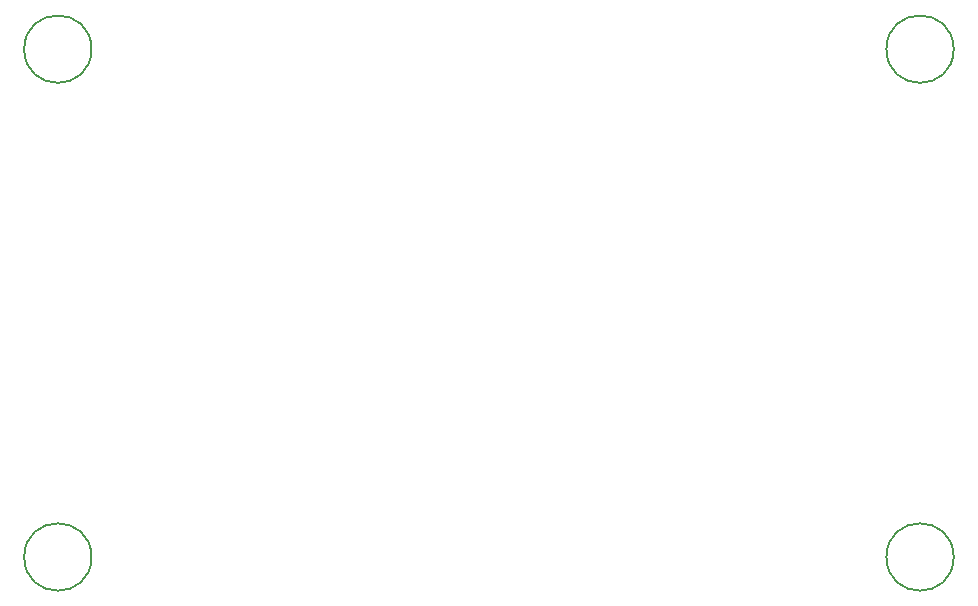
<source format=gbr>
%TF.GenerationSoftware,KiCad,Pcbnew,7.0.11-7.0.11~ubuntu22.04.1*%
%TF.CreationDate,2024-04-22T16:49:28+02:00*%
%TF.ProjectId,sdrac_board,73647261-635f-4626-9f61-72642e6b6963,2.0*%
%TF.SameCoordinates,Original*%
%TF.FileFunction,Other,Comment*%
%FSLAX46Y46*%
G04 Gerber Fmt 4.6, Leading zero omitted, Abs format (unit mm)*
G04 Created by KiCad (PCBNEW 7.0.11-7.0.11~ubuntu22.04.1) date 2024-04-22 16:49:28*
%MOMM*%
%LPD*%
G01*
G04 APERTURE LIST*
%ADD10C,0.150000*%
G04 APERTURE END LIST*
D10*
%TO.C,H1*%
X5350000Y3900000D02*
G75*
G03*
X-350000Y3900000I-2850000J0D01*
G01*
X-350000Y3900000D02*
G75*
G03*
X5350000Y3900000I2850000J0D01*
G01*
%TO.C,H2*%
X78350000Y3900000D02*
G75*
G03*
X72650000Y3900000I-2850000J0D01*
G01*
X72650000Y3900000D02*
G75*
G03*
X78350000Y3900000I2850000J0D01*
G01*
%TO.C,H3*%
X78350000Y-39100000D02*
G75*
G03*
X72650000Y-39100000I-2850000J0D01*
G01*
X72650000Y-39100000D02*
G75*
G03*
X78350000Y-39100000I2850000J0D01*
G01*
%TO.C,H4*%
X5350000Y-39100000D02*
G75*
G03*
X-350000Y-39100000I-2850000J0D01*
G01*
X-350000Y-39100000D02*
G75*
G03*
X5350000Y-39100000I2850000J0D01*
G01*
%TD*%
M02*

</source>
